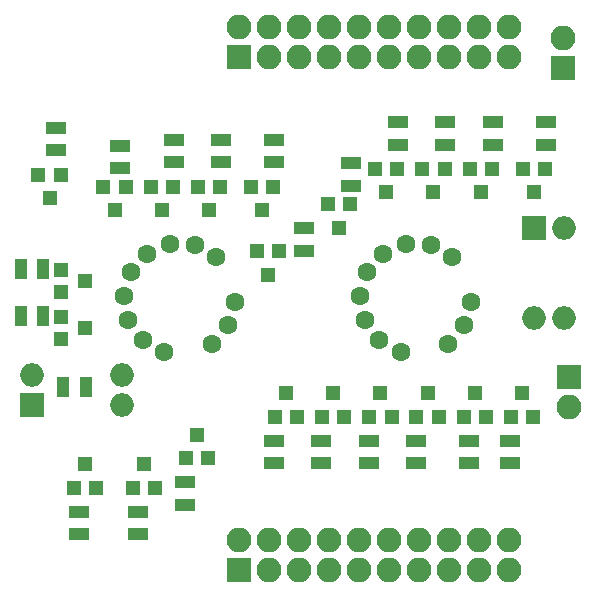
<source format=gbr>
G04 #@! TF.FileFunction,Soldermask,Top*
%FSLAX46Y46*%
G04 Gerber Fmt 4.6, Leading zero omitted, Abs format (unit mm)*
G04 Created by KiCad (PCBNEW 4.0.4-stable) date 11/20/17 14:55:23*
%MOMM*%
%LPD*%
G01*
G04 APERTURE LIST*
%ADD10C,0.100000*%
%ADD11C,1.600000*%
%ADD12R,2.100000X2.100000*%
%ADD13O,2.100000X2.100000*%
%ADD14R,2.000000X2.000000*%
%ADD15O,2.000000X2.000000*%
%ADD16R,1.200000X1.300000*%
%ADD17R,1.300000X1.200000*%
%ADD18R,1.700000X1.100000*%
%ADD19R,1.100000X1.700000*%
G04 APERTURE END LIST*
D10*
D11*
X127743540Y-103811495D03*
X129119561Y-102228502D03*
X129692750Y-100238739D03*
X128105455Y-96477224D03*
X126274476Y-95480021D03*
X124183854Y-95371404D03*
X122256460Y-96188505D03*
X120876966Y-97751802D03*
X120307250Y-99761261D03*
X120671911Y-101829357D03*
X121894545Y-103522776D03*
X123725524Y-104519979D03*
X107743540Y-103811495D03*
X109119561Y-102228502D03*
X109692750Y-100238739D03*
X108105455Y-96477224D03*
X106274476Y-95480021D03*
X104183854Y-95371404D03*
X102256460Y-96188505D03*
X100876966Y-97751802D03*
X100307250Y-99761261D03*
X100671911Y-101829357D03*
X101894545Y-103522776D03*
X103725524Y-104519979D03*
D12*
X138000000Y-106600000D03*
D13*
X138000000Y-109140000D03*
D14*
X135000000Y-94000000D03*
D15*
X137540000Y-101620000D03*
X137540000Y-94000000D03*
X135000000Y-101620000D03*
D12*
X110000000Y-123000000D03*
D13*
X110000000Y-120460000D03*
X112540000Y-123000000D03*
X112540000Y-120460000D03*
X115080000Y-123000000D03*
X115080000Y-120460000D03*
X117620000Y-123000000D03*
X117620000Y-120460000D03*
X120160000Y-123000000D03*
X120160000Y-120460000D03*
X122700000Y-123000000D03*
X122700000Y-120460000D03*
X125240000Y-123000000D03*
X125240000Y-120460000D03*
X127780000Y-123000000D03*
X127780000Y-120460000D03*
X130320000Y-123000000D03*
X130320000Y-120460000D03*
X132860000Y-123000000D03*
X132860000Y-120460000D03*
D12*
X110000000Y-79500000D03*
D13*
X110000000Y-76960000D03*
X112540000Y-79500000D03*
X112540000Y-76960000D03*
X115080000Y-79500000D03*
X115080000Y-76960000D03*
X117620000Y-79500000D03*
X117620000Y-76960000D03*
X120160000Y-79500000D03*
X120160000Y-76960000D03*
X122700000Y-79500000D03*
X122700000Y-76960000D03*
X125240000Y-79500000D03*
X125240000Y-76960000D03*
X127780000Y-79500000D03*
X127780000Y-76960000D03*
X130320000Y-79500000D03*
X130320000Y-76960000D03*
X132860000Y-79500000D03*
X132860000Y-76960000D03*
D14*
X92500000Y-109000000D03*
D15*
X100120000Y-106460000D03*
X92500000Y-106460000D03*
X100120000Y-109000000D03*
D16*
X121050000Y-110000000D03*
X122950000Y-110000000D03*
X122000000Y-108000000D03*
X119450000Y-92000000D03*
X117550000Y-92000000D03*
X118500000Y-94000000D03*
X117050000Y-110000000D03*
X118950000Y-110000000D03*
X118000000Y-108000000D03*
X113050000Y-110000000D03*
X114950000Y-110000000D03*
X114000000Y-108000000D03*
X123450000Y-89000000D03*
X121550000Y-89000000D03*
X122500000Y-91000000D03*
X127450000Y-89000000D03*
X125550000Y-89000000D03*
X126500000Y-91000000D03*
X131450000Y-89000000D03*
X129550000Y-89000000D03*
X130500000Y-91000000D03*
X135950000Y-89000000D03*
X134050000Y-89000000D03*
X135000000Y-91000000D03*
X133050000Y-110000000D03*
X134950000Y-110000000D03*
X134000000Y-108000000D03*
X129050000Y-110000000D03*
X130950000Y-110000000D03*
X130000000Y-108000000D03*
X125050000Y-110000000D03*
X126950000Y-110000000D03*
X126000000Y-108000000D03*
D17*
X95000000Y-101550000D03*
X95000000Y-103450000D03*
X97000000Y-102500000D03*
D16*
X100450000Y-90500000D03*
X98550000Y-90500000D03*
X99500000Y-92500000D03*
D17*
X95000000Y-97550000D03*
X95000000Y-99450000D03*
X97000000Y-98500000D03*
D16*
X94950000Y-89500000D03*
X93050000Y-89500000D03*
X94000000Y-91500000D03*
X104450000Y-90500000D03*
X102550000Y-90500000D03*
X103500000Y-92500000D03*
X108450000Y-90500000D03*
X106550000Y-90500000D03*
X107500000Y-92500000D03*
X112950000Y-90500000D03*
X111050000Y-90500000D03*
X112000000Y-92500000D03*
X113450000Y-96000000D03*
X111550000Y-96000000D03*
X112500000Y-98000000D03*
X105550000Y-113500000D03*
X107450000Y-113500000D03*
X106500000Y-111500000D03*
X101050000Y-116000000D03*
X102950000Y-116000000D03*
X102000000Y-114000000D03*
X96050000Y-116000000D03*
X97950000Y-116000000D03*
X97000000Y-114000000D03*
D18*
X121000000Y-112050000D03*
X121000000Y-113950000D03*
X113000000Y-112050000D03*
X113000000Y-113950000D03*
X123500000Y-86950000D03*
X123500000Y-85050000D03*
X127500000Y-86950000D03*
X127500000Y-85050000D03*
X131500000Y-86950000D03*
X131500000Y-85050000D03*
X136000000Y-86950000D03*
X136000000Y-85050000D03*
X133000000Y-112050000D03*
X133000000Y-113950000D03*
X129500000Y-112050000D03*
X129500000Y-113950000D03*
X125000000Y-112050000D03*
X125000000Y-113950000D03*
X119500000Y-90450000D03*
X119500000Y-88550000D03*
X117000000Y-112050000D03*
X117000000Y-113950000D03*
D19*
X93450000Y-101500000D03*
X91550000Y-101500000D03*
D18*
X100000000Y-88950000D03*
X100000000Y-87050000D03*
D19*
X93450000Y-97500000D03*
X91550000Y-97500000D03*
D18*
X94500000Y-87450000D03*
X94500000Y-85550000D03*
D19*
X95150000Y-107500000D03*
X97050000Y-107500000D03*
D18*
X104500000Y-88450000D03*
X104500000Y-86550000D03*
X108500000Y-88450000D03*
X108500000Y-86550000D03*
X113000000Y-88450000D03*
X113000000Y-86550000D03*
X115500000Y-95950000D03*
X115500000Y-94050000D03*
X105500000Y-115550000D03*
X105500000Y-117450000D03*
X101500000Y-118050000D03*
X101500000Y-119950000D03*
X96500000Y-118050000D03*
X96500000Y-119950000D03*
D12*
X137500000Y-80500000D03*
D13*
X137500000Y-77960000D03*
M02*

</source>
